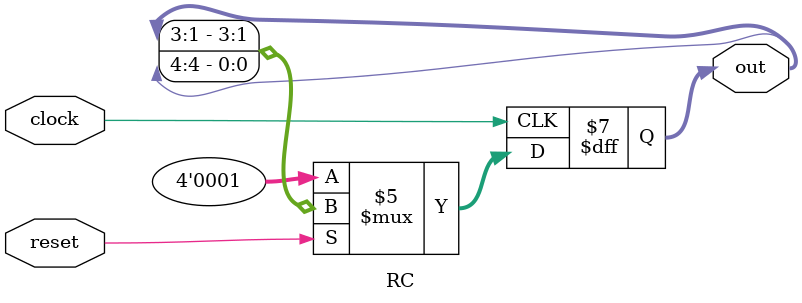
<source format=v>
`timescale 1ns / 1ps

module RC(
    input clock, reset,
    output reg [4:1] out
    );
    
initial out = 4'b0000;
    
always @(posedge clock) begin
    if (!reset) out = 4'b0001;
    else begin 
        out <= {out[3:1], out[4]};
    end
end
    
endmodule

</source>
